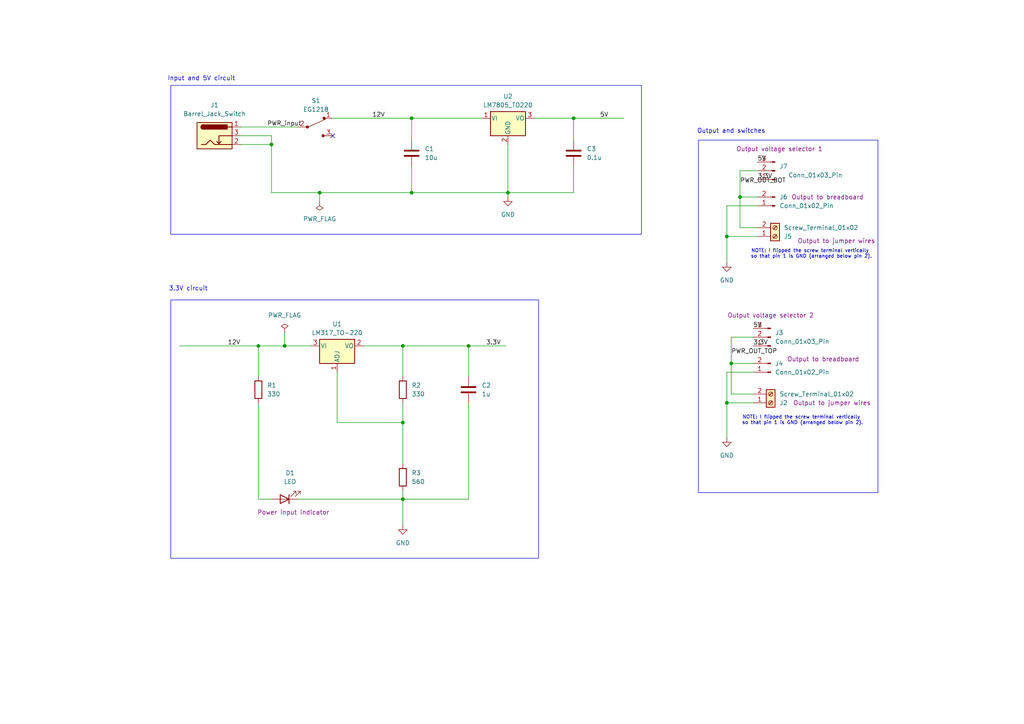
<source format=kicad_sch>
(kicad_sch (version 20250114) (generator "eeschema") (generator_version "9.0")
  (paper "A4")
  (title_block (title "Learning KiCad with a simple project") (date "2025-12-24") (rev "1") (company "Filippo Fonseca"))
  (lib_symbols
    (symbol "Connector:Barrel_Jack_Switch" (pin_names (hide yes))
      (property "Reference" "J" (at 0 5.334 0))
      (property "Value" "Barrel_Jack_Switch" (at 0 -5.08 0))
      (symbol "Barrel_Jack_Switch_0_1"
        (rectangle (start -5.08 3.81) (end 5.08 -3.81) (stroke (width 0.254)) (fill (type background)))
        (polyline (pts (xy -3.81 -2.54) (xy -2.54 -2.54) (xy -1.27 -1.27) (xy 0 -2.54) (xy 2.54 -2.54) (xy 5.08 -2.54)) (stroke (width 0.254)))
        (arc (start -3.302 1.905) (mid -3.9343 2.54) (end -3.302 3.175) (stroke (width 0.254)))
        (arc (start -3.302 1.905) (mid -3.9343 2.54) (end -3.302 3.175) (stroke (width 0.254)) (fill (type outline)))
        (polyline (pts (xy 1.27 -2.286) (xy 1.905 -1.651)) (stroke (width 0.254)))
        (rectangle (start 3.683 3.175) (end -3.302 1.905) (stroke (width 0.254)) (fill (type outline)))
        (polyline (pts (xy 5.08 2.54) (xy 3.81 2.54)) (stroke (width 0.254)))
        (polyline (pts (xy 5.08 0) (xy 1.27 0) (xy 1.27 -2.286) (xy 0.635 -1.651)) (stroke (width 0.254)))
      )
      (symbol "Barrel_Jack_Switch_1_1"
        (pin passive line (at 7.62 2.54 180) (length 2.54) (name "~") (number "1"))
        (pin passive line (at 7.62 0 180) (length 2.54) (name "~") (number "3"))
        (pin passive line (at 7.62 -2.54 180) (length 2.54) (name "~") (number "2"))
      )
    )
    (symbol "Connector:Conn_01x02_Pin" (pin_names (offset 1.016) (hide yes))
      (property "Reference" "J" (at 0 2.54 0))
      (property "Value" "Conn_01x02_Pin" (at 0 -5.08 0))
      (symbol "Conn_01x02_Pin_1_1"
        (rectangle (start 0.8636 0.127) (end 0 -0.127) (stroke (width 0.1524)) (fill (type outline)))
        (rectangle (start 0.8636 -2.413) (end 0 -2.667) (stroke (width 0.1524)) (fill (type outline)))
        (polyline (pts (xy 1.27 0) (xy 0.8636 0)) (stroke (width 0.1524)))
        (polyline (pts (xy 1.27 -2.54) (xy 0.8636 -2.54)) (stroke (width 0.1524)))
        (pin passive line (at 5.08 0 180) (length 3.81) (name "Pin_1") (number "1"))
        (pin passive line (at 5.08 -2.54 180) (length 3.81) (name "Pin_2") (number "2"))
      )
    )
    (symbol "Connector:Conn_01x03_Pin" (pin_names (offset 1.016) (hide yes))
      (property "Reference" "J" (at 0 5.08 0))
      (property "Value" "Conn_01x03_Pin" (at 0 -5.08 0))
      (symbol "Conn_01x03_Pin_1_1"
        (rectangle (start 0.8636 2.667) (end 0 2.413) (stroke (width 0.1524)) (fill (type outline)))
        (rectangle (start 0.8636 0.127) (end 0 -0.127) (stroke (width 0.1524)) (fill (type outline)))
        (rectangle (start 0.8636 -2.413) (end 0 -2.667) (stroke (width 0.1524)) (fill (type outline)))
        (polyline (pts (xy 1.27 2.54) (xy 0.8636 2.54)) (stroke (width 0.1524)))
        (polyline (pts (xy 1.27 0) (xy 0.8636 0)) (stroke (width 0.1524)))
        (polyline (pts (xy 1.27 -2.54) (xy 0.8636 -2.54)) (stroke (width 0.1524)))
        (pin passive line (at 5.08 2.54 180) (length 3.81) (name "Pin_1") (number "1"))
        (pin passive line (at 5.08 0 180) (length 3.81) (name "Pin_2") (number "2"))
        (pin passive line (at 5.08 -2.54 180) (length 3.81) (name "Pin_3") (number "3"))
      )
    )
    (symbol "Connector:Screw_Terminal_01x02" (pin_names (offset 1.016) (hide yes))
      (property "Reference" "J" (at 0 2.54 0))
      (property "Value" "Screw_Terminal_01x02" (at 0 -5.08 0))
      (symbol "Screw_Terminal_01x02_1_1"
        (rectangle (start -1.27 1.27) (end 1.27 -3.81) (stroke (width 0.254)) (fill (type background)))
        (polyline (pts (xy -0.5334 0.3302) (xy 0.3302 -0.508)) (stroke (width 0.1524)))
        (polyline (pts (xy -0.5334 -2.2098) (xy 0.3302 -3.048)) (stroke (width 0.1524)))
        (polyline (pts (xy -0.3556 0.508) (xy 0.508 -0.3302)) (stroke (width 0.1524)))
        (polyline (pts (xy -0.3556 -2.032) (xy 0.508 -2.8702)) (stroke (width 0.1524)))
        (circle (center 0 0) (radius 0.635) (stroke (width 0.1524)))
        (circle (center 0 -2.54) (radius 0.635) (stroke (width 0.1524)))
        (pin passive line (at -5.08 0 0) (length 3.81) (name "Pin_1") (number "1"))
        (pin passive line (at -5.08 -2.54 0) (length 3.81) (name "Pin_2") (number "2"))
      )
    )
    (symbol "Device:C" (pin_numbers (hide yes)) (pin_names (offset 0.254))
      (property "Reference" "C" (at 0.635 2.54 0))
      (property "Value" "C" (at 0.635 -2.54 0))
      (symbol "C_0_1"
        (polyline (pts (xy -2.032 0.762) (xy 2.032 0.762)) (stroke (width 0.508)))
        (polyline (pts (xy -2.032 -0.762) (xy 2.032 -0.762)) (stroke (width 0.508)))
      )
      (symbol "C_1_1"
        (pin passive line (at 0 3.81 270) (length 2.794) (name "~") (number "1"))
        (pin passive line (at 0 -3.81 90) (length 2.794) (name "~") (number "2"))
      )
    )
    (symbol "Device:LED" (pin_numbers (hide yes)) (pin_names (offset 1.016) (hide yes))
      (property "Reference" "D" (at 0 2.54 0))
      (property "Value" "LED" (at 0 -2.54 0))
      (symbol "LED_0_1"
        (polyline (pts (xy -3.048 -0.762) (xy -4.572 -2.286) (xy -3.81 -2.286) (xy -4.572 -2.286) (xy -4.572 -1.524)))
        (polyline (pts (xy -1.778 -0.762) (xy -3.302 -2.286) (xy -2.54 -2.286) (xy -3.302 -2.286) (xy -3.302 -1.524)))
        (polyline (pts (xy -1.27 0) (xy 1.27 0)))
        (polyline (pts (xy -1.27 -1.27) (xy -1.27 1.27)) (stroke (width 0.254)))
        (polyline (pts (xy 1.27 -1.27) (xy 1.27 1.27) (xy -1.27 0) (xy 1.27 -1.27)) (stroke (width 0.254)))
      )
      (symbol "LED_1_1"
        (pin passive line (at -3.81 0 0) (length 2.54) (name "K") (number "1"))
        (pin passive line (at 3.81 0 180) (length 2.54) (name "A") (number "2"))
      )
    )
    (symbol "Device:R" (pin_numbers (hide yes)) (pin_names (offset 0))
      (property "Reference" "R" (at 2.032 0 90))
      (property "Value" "R" (at 0 0 90))
      (symbol "R_0_1"
        (rectangle (start -1.016 -2.54) (end 1.016 2.54) (stroke (width 0.254)))
      )
      (symbol "R_1_1"
        (pin passive line (at 0 3.81 270) (length 1.27) (name "~") (number "1"))
        (pin passive line (at 0 -3.81 90) (length 1.27) (name "~") (number "2"))
      )
    )
    (symbol "Regulator_Linear:LM317_TO-220" (pin_names (offset 0.254))
      (property "Reference" "U" (at -3.81 3.175 0))
      (property "Value" "LM317_TO-220" (at 0 3.175 0))
      (symbol "LM317_TO-220_0_1"
        (rectangle (start -5.08 1.905) (end 5.08 -5.08) (stroke (width 0.254)) (fill (type background)))
      )
      (symbol "LM317_TO-220_1_1"
        (pin power_in line (at -7.62 0 0) (length 2.54) (name "VI") (number "3"))
        (pin input line (at 0 -7.62 90) (length 2.54) (name "ADJ") (number "1"))
        (pin power_out line (at 7.62 0 180) (length 2.54) (name "VO") (number "2"))
      )
    )
    (symbol "Regulator_Linear:LM7805_TO220" (pin_names (offset 0.254))
      (property "Reference" "U" (at -3.81 3.175 0))
      (property "Value" "LM7805_TO220" (at 0 3.175 0))
      (symbol "LM7805_TO220_0_1"
        (rectangle (start -5.08 1.905) (end 5.08 -5.08) (stroke (width 0.254)) (fill (type background)))
      )
      (symbol "LM7805_TO220_1_1"
        (pin power_in line (at -7.62 0 0) (length 2.54) (name "VI") (number "1"))
        (pin power_in line (at 0 -7.62 90) (length 2.54) (name "GND") (number "2"))
        (pin power_out line (at 7.62 0 180) (length 2.54) (name "VO") (number "3"))
      )
    )
    (symbol "dk_Slide-Switches:EG1218" (pin_names (offset 0))
      (property "Reference" "S" (at -3.81 2.286 0))
      (property "Value" "EG1218" (at 0 -5.334 0))
      (symbol "EG1218_0_1"
        (circle (center -2.286 0) (radius 0.3556) (fill (type outline)))
        (polyline (pts (xy -2.032 0) (xy 3.048 2.286)))
        (circle (center 2.286 -2.54) (radius 0.3556) (fill (type outline)))
        (circle (center 2.54 2.54) (radius 0.3556) (fill (type outline)))
      )
      (symbol "EG1218_1_1"
        (pin passive line (at -5.08 0 0) (length 2.54) (name "~") (number "2"))
        (pin passive line (at 5.08 2.54 180) (length 2.54) (name "~") (number "1"))
        (pin passive line (at 5.08 -2.54 180) (length 2.54) (name "~") (number "3"))
      )
    )
    (symbol "power:GND" (power) (pin_numbers (hide yes)) (pin_names (offset 0) (hide yes))
      (property "Value" "GND" (at 0 -3.81 0))
      (symbol "GND_0_1"
        (polyline (pts (xy 0 0) (xy 0 -1.27) (xy 1.27 -1.27) (xy 0 -2.54) (xy -1.27 -1.27) (xy 0 -1.27)))
      )
      (symbol "GND_1_1"
        (pin power_in line (at 0 0 270) (length 0) (name "~") (number "1"))
      )
    )
    (symbol "power:PWR_FLAG" (power) (pin_numbers (hide yes)) (pin_names (offset 0) (hide yes))
      (property "Value" "PWR_FLAG" (at 0 3.81 0))
      (symbol "PWR_FLAG_0_0"
        (pin power_out line (at 0 0 90) (length 0) (name "~") (number "1"))
      )
      (symbol "PWR_FLAG_0_1"
        (polyline (pts (xy 0 0) (xy 0 1.27) (xy -1.016 1.905) (xy 0 2.54) (xy 1.016 1.905) (xy 0 1.27)))
      )
    )
  )
  (rectangle (start 49.53 24.765) (end 186.055 67.945))
  (rectangle (start 202.565 40.64) (end 254.635 142.875))
  (rectangle (start 49.53 86.995) (end 156.21 161.925))
  (text "3.3V circuit" (at 54.61 83.82 0) (effects (font (size 1.27 1.27))))
  (text "Input and 5V circuit" (at 58.42 22.86 0) (effects (font (size 1.27 1.27))))
  (text "NOTE: I flipped the screw terminal vertically\n so that pin 1 is GND (arranged below pin 2).\n" (at 232.41 121.92 0) (effects (font (size 1 1))))
  (text "Output and switches" (at 212.09 38.1 0) (effects (font (size 1.27 1.27))))
  (text "NOTE: I flipped the screw terminal vertically\n so that pin 1 is GND (arranged below pin 2).\n" (at 234.95 73.66 0) (effects (font (size 1 1))))
  (junction (at 78.74 41.91))
  (junction (at 147.32 55.88))
  (junction (at 116.84 122.555))
  (junction (at 210.82 116.84))
  (junction (at 92.71 55.88))
  (junction (at 214.63 57.15))
  (junction (at 210.82 68.58))
  (junction (at 166.37 34.29))
  (junction (at 119.38 34.29))
  (junction (at 135.89 100.33))
  (junction (at 116.84 100.33))
  (junction (at 74.93 100.33))
  (junction (at 212.09 105.41))
  (junction (at 119.38 55.88))
  (junction (at 82.55 100.33))
  (junction (at 116.84 144.78))
  (no_connect (at 96.52 39.37))
  (wire (pts (xy 116.84 116.84) (xy 116.84 122.555)))
  (wire (pts (xy 116.84 100.33) (xy 135.89 100.33)))
  (wire (pts (xy 78.74 55.88) (xy 92.71 55.88)))
  (wire (pts (xy 92.71 55.88) (xy 92.71 58.42)))
  (wire (pts (xy 86.36 144.78) (xy 116.84 144.78)))
  (wire (pts (xy 74.93 116.84) (xy 74.93 144.78)))
  (wire (pts (xy 69.85 39.37) (xy 78.74 39.37)))
  (wire (pts (xy 82.55 100.33) (xy 90.17 100.33)))
  (wire (pts (xy 119.38 34.29) (xy 119.38 40.64)))
  (wire (pts (xy 210.82 116.84) (xy 210.82 127)))
  (wire (pts (xy 219.71 57.15) (xy 214.63 57.15)))
  (wire (pts (xy 212.09 97.79) (xy 212.09 105.41)))
  (wire (pts (xy 74.93 144.78) (xy 78.74 144.78)))
  (wire (pts (xy 97.79 107.95) (xy 97.79 122.555)))
  (wire (pts (xy 92.71 55.88) (xy 119.38 55.88)))
  (wire (pts (xy 218.44 97.79) (xy 212.09 97.79)))
  (wire (pts (xy 69.85 36.83) (xy 86.36 36.83)))
  (wire (pts (xy 119.38 48.26) (xy 119.38 55.88)))
  (wire (pts (xy 147.32 55.88) (xy 166.37 55.88)))
  (wire (pts (xy 135.89 144.78) (xy 135.89 116.84)))
  (wire (pts (xy 119.38 34.29) (xy 139.7 34.29)))
  (wire (pts (xy 105.41 100.33) (xy 116.84 100.33)))
  (wire (pts (xy 214.63 57.15) (xy 214.63 66.04)))
  (wire (pts (xy 147.32 55.88) (xy 147.32 57.15)))
  (wire (pts (xy 116.84 142.24) (xy 116.84 144.78)))
  (wire (pts (xy 78.74 41.91) (xy 78.74 55.88)))
  (wire (pts (xy 97.79 122.555) (xy 116.84 122.555)))
  (wire (pts (xy 74.93 100.33) (xy 82.55 100.33)))
  (wire (pts (xy 166.37 48.26) (xy 166.37 55.88)))
  (wire (pts (xy 219.71 68.58) (xy 210.82 68.58)))
  (wire (pts (xy 218.44 107.95) (xy 210.82 107.95)))
  (wire (pts (xy 166.37 34.29) (xy 166.37 40.64)))
  (wire (pts (xy 116.84 144.78) (xy 135.89 144.78)))
  (wire (pts (xy 74.93 100.33) (xy 74.93 109.22)))
  (wire (pts (xy 119.38 55.88) (xy 147.32 55.88)))
  (wire (pts (xy 116.84 100.33) (xy 116.84 109.22)))
  (wire (pts (xy 210.82 68.58) (xy 210.82 76.2)))
  (wire (pts (xy 69.85 41.91) (xy 78.74 41.91)))
  (wire (pts (xy 135.89 100.33) (xy 135.89 109.22)))
  (wire (pts (xy 52.07 100.33) (xy 74.93 100.33)))
  (wire (pts (xy 78.74 39.37) (xy 78.74 41.91)))
  (wire (pts (xy 166.37 34.29) (xy 180.975 34.29)))
  (wire (pts (xy 212.09 105.41) (xy 212.09 114.3)))
  (wire (pts (xy 210.82 59.69) (xy 210.82 68.58)))
  (wire (pts (xy 82.55 96.52) (xy 82.55 100.33)))
  (wire (pts (xy 218.44 105.41) (xy 212.09 105.41)))
  (wire (pts (xy 219.71 59.69) (xy 210.82 59.69)))
  (wire (pts (xy 210.82 107.95) (xy 210.82 116.84)))
  (wire (pts (xy 214.63 66.04) (xy 219.71 66.04)))
  (wire (pts (xy 147.32 41.91) (xy 147.32 55.88)))
  (wire (pts (xy 96.52 34.29) (xy 119.38 34.29)))
  (wire (pts (xy 218.44 116.84) (xy 210.82 116.84)))
  (wire (pts (xy 135.89 100.33) (xy 146.685 100.33)))
  (wire (pts (xy 214.63 49.53) (xy 214.63 57.15)))
  (wire (pts (xy 116.84 144.78) (xy 116.84 152.4)))
  (wire (pts (xy 219.71 49.53) (xy 214.63 49.53)))
  (wire (pts (xy 212.09 114.3) (xy 218.44 114.3)))
  (wire (pts (xy 116.84 122.555) (xy 116.84 134.62)))
  (wire (pts (xy 154.94 34.29) (xy 166.37 34.29)))
  (label "PWR_OUT_TOP" (at 212.09 102.87 0) (property "Netclass" "power_output" (effects (hide yes))))
  (label "5V" (at 219.71 46.99 0) (property "Netclass" "power_output" (effects (hide yes))))
  (label "PWR_OUT_BOT" (at 214.63 53.34 0) (property "Netclass" "power_output" (effects (hide yes))))
  (label "PWR_input" (at 77.47 36.83 0) (property "Netclass" "power_input" (effects (hide yes))))
  (label "3.3V" (at 219.71 52.07 0) (property "Netclass" "power_output" (effects (hide yes))))
  (label "5V" (at 218.44 95.25 0) (property "Netclass" "power_output" (effects (hide yes))))
  (label "5V" (at 173.99 34.29 0) (property "Netclass" "power_output" (effects (hide yes))))
  (label "12V" (at 66.04 100.33 0) (property "Netclass" "power_input" (effects (hide yes))))
  (label "3.3V" (at 140.97 100.33 0) (property "Netclass" "power_output" (effects (hide yes))))
  (label "3.3V" (at 218.44 100.33 0) (property "Netclass" "power_output" (effects (hide yes))))
  (label "12V" (at 107.95 34.29 0) (property "Netclass" "power_input" (effects (hide yes))))
  (symbol (lib_id "Connector:Conn_01x02_Pin") (at 224.79 59.69 180) (unit 1)
    (property "Reference" "J6" (at 226.06 57.1499 0) (effects (justify right)))
    (property "Value" "Conn_01x02_Pin" (at 226.06 59.6899 0) (effects (justify right)))
    (property "Footprint" "Connector_PinHeader_2.54mm:PinHeader_1x02_P2.54mm_Vertical" (effects (hide yes)))
    (property "Description" "Generic connector, single row, 01x02, script generated" (effects (hide yes)))
    (property "Purpose" "Output to breadboard" (at 240.03 57.15 0))
  )
  (symbol (lib_id "power:GND") (at 116.84 152.4 0) (unit 1)
    (property "Reference" "#PWR02" (effects (hide yes)))
    (property "Value" "GND" (at 116.84 157.48 0))
    (property "Description" "Power symbol creates a global label with name \"GND\" , ground" (effects (hide yes)))
  )
  (symbol (lib_id "power:GND") (at 147.32 57.15 0) (unit 1)
    (property "Reference" "#PWR01" (effects (hide yes)))
    (property "Value" "GND" (at 147.32 62.23 0))
    (property "Description" "Power symbol creates a global label with name \"GND\" , ground" (effects (hide yes)))
  )
  (symbol (lib_id "Device:C") (at 119.38 44.45 0) (unit 1)
    (property "Reference" "C1" (at 123.19 43.1799 0) (effects (justify left)))
    (property "Value" "10u" (at 123.19 45.7199 0) (effects (justify left)))
    (property "Footprint" "Capacitor_THT:C_Disc_D3.0mm_W1.6mm_P2.50mm" (effects (hide yes)))
    (property "Description" "Unpolarized capacitor" (effects (hide yes)))
  )
  (symbol (lib_id "Device:LED") (at 82.55 144.78 180) (unit 1)
    (property "Reference" "D1" (at 84.1375 137.16 0))
    (property "Value" "LED" (at 84.1375 139.7 0))
    (property "Footprint" "LED_THT:LED_D5.0mm" (effects (hide yes)))
    (property "Description" "Light emitting diode" (effects (hide yes)))
    (property "Sim.Pins" "1=K 2=A" (effects (hide yes)))
    (property "Purpose" "Power input indicator" (at 85.09 148.59 0))
  )
  (symbol (lib_id "Regulator_Linear:LM7805_TO220") (at 147.32 34.29 0) (unit 1)
    (property "Reference" "U2" (at 147.32 27.94 0))
    (property "Value" "LM7805_TO220" (at 147.32 30.48 0))
    (property "Footprint" "Package_TO_SOT_THT:TO-220-3_Vertical" (effects (hide yes)))
    (property "Datasheet" "https://www.onsemi.cn/PowerSolutions/document/MC7800-D.PDF" (effects (hide yes)))
    (property "Description" "Positive 1A 35V Linear Regulator, Fixed Output 5V, TO-220" (effects (hide yes)))
  )
  (symbol (lib_id "power:PWR_FLAG") (at 92.71 58.42 180) (unit 1)
    (property "Reference" "#FLG01" (effects (hide yes)))
    (property "Value" "PWR_FLAG" (at 92.71 63.5 0))
    (property "Description" "Special symbol for telling ERC where power comes from" (effects (hide yes)))
  )
  (symbol (lib_id "Connector:Conn_01x02_Pin") (at 223.52 107.95 180) (unit 1)
    (property "Reference" "J4" (at 224.79 105.4099 0) (effects (justify right)))
    (property "Value" "Conn_01x02_Pin" (at 224.79 107.9499 0) (effects (justify right)))
    (property "Footprint" "Connector_PinHeader_2.54mm:PinHeader_1x02_P2.54mm_Vertical" (effects (hide yes)))
    (property "Description" "Generic connector, single row, 01x02, script generated" (effects (hide yes)))
    (property "Purpose" "Output to breadboard" (at 238.76 104.14 0))
  )
  (symbol (lib_id "Device:C") (at 135.89 113.03 0) (unit 1)
    (property "Reference" "C2" (at 139.7 111.7599 0) (effects (justify left)))
    (property "Value" "1u" (at 139.7 114.2999 0) (effects (justify left)))
    (property "Footprint" "Capacitor_THT:C_Disc_D3.0mm_W1.6mm_P2.50mm" (effects (hide yes)))
    (property "Description" "Unpolarized capacitor" (effects (hide yes)))
  )
  (symbol (lib_id "Connector:Screw_Terminal_01x02") (at 223.52 116.84 0) (mirror x) (unit 1)
    (property "Reference" "J2" (at 226.06 116.8401 0) (effects (justify left)))
    (property "Value" "Screw_Terminal_01x02" (at 226.06 114.3001 0) (effects (justify left)))
    (property "Footprint" "TerminalBlock:TerminalBlock_bornier-2_P5.08mm" (effects (hide yes)))
    (property "Description" "Generic screw terminal, single row, 01x02, script generated (kicad-library-utils/schlib/autogen/connector/)" (effects (hide yes)))
    (property "Purpose" "Output to jumper wires" (at 241.3 116.84 0))
  )
  (symbol (lib_id "Connector:Barrel_Jack_Switch") (at 62.23 39.37 0) (unit 1)
    (property "Reference" "J1" (at 62.23 30.48 0))
    (property "Value" "Barrel_Jack_Switch" (at 62.23 33.02 0))
    (property "Footprint" "Connector_BarrelJack:BarrelJack_Horizontal" (effects (hide yes)))
    (property "Description" "DC Barrel Jack with an internal switch" (effects (hide yes)))
  )
  (symbol (lib_id "dk_Slide-Switches:EG1218") (at 91.44 36.83 0) (unit 1)
    (property "Reference" "S1" (at 91.6432 29.21 0))
    (property "Value" "EG1218" (at 91.6432 31.75 0))
    (property "Footprint" "digikey-footprints:Switch_Slide_11.6x4mm_EG1218" (effects (hide yes)))
    (property "Datasheet" "http://spec_sheets.e-switch.com/specs/P040040.pdf" (effects (hide yes)))
    (property "Description" "SWITCH SLIDE SPDT 200MA 30V" (effects (hide yes)))
    (property "Digi-Key_PN" "EG1903-ND" (effects (hide yes)))
    (property "MPN" "EG1218" (effects (hide yes)))
    (property "Category" "Switches" (effects (hide yes)))
    (property "Family" "Slide Switches" (effects (hide yes)))
    (property "DK_Datasheet_Link" "http://spec_sheets.e-switch.com/specs/P040040.pdf" (effects (hide yes)))
    (property "DK_Detail_Page" "/product-detail/en/e-switch/EG1218/EG1903-ND/101726" (effects (hide yes)))
    (property "Description_1" "SWITCH SLIDE SPDT 200MA 30V" (effects (hide yes)))
    (property "Manufacturer" "E-Switch" (effects (hide yes)))
    (property "Status" "Active" (effects (hide yes)))
  )
  (symbol (lib_id "Device:R") (at 74.93 113.03 180) (unit 1)
    (property "Reference" "R1" (at 77.47 111.7599 0) (effects (justify right)))
    (property "Value" "330" (at 77.47 114.2999 0) (effects (justify right)))
    (property "Footprint" "Resistor_THT:R_Axial_DIN0204_L3.6mm_D1.6mm_P7.62mm_Horizontal" (effects (hide yes)))
    (property "Description" "Resistor" (effects (hide yes)))
  )
  (symbol (lib_id "Regulator_Linear:LM317_TO-220") (at 97.79 100.33 0) (unit 1)
    (property "Reference" "U1" (at 97.79 93.98 0))
    (property "Value" "LM317_TO-220" (at 97.79 96.52 0))
    (property "Footprint" "Package_TO_SOT_THT:TO-220-3_Vertical" (effects (hide yes)))
    (property "Datasheet" "http://www.ti.com/lit/ds/symlink/lm317.pdf" (effects (hide yes)))
    (property "Description" "1.5A 35V Adjustable Linear Regulator, TO-220" (effects (hide yes)))
  )
  (symbol (lib_id "power:PWR_FLAG") (at 82.55 96.52 0) (unit 1)
    (property "Reference" "#FLG02" (effects (hide yes)))
    (property "Value" "PWR_FLAG" (at 82.55 91.44 0))
    (property "Description" "Special symbol for telling ERC where power comes from" (effects (hide yes)))
  )
  (symbol (lib_id "power:GND") (at 210.82 76.2 0) (unit 1)
    (property "Reference" "#PWR03" (effects (hide yes)))
    (property "Value" "GND" (at 210.82 81.28 0))
    (property "Description" "Power symbol creates a global label with name \"GND\" , ground" (effects (hide yes)))
  )
  (symbol (lib_id "Device:C") (at 166.37 44.45 0) (unit 1)
    (property "Reference" "C3" (at 170.18 43.1799 0) (effects (justify left)))
    (property "Value" "0.1u" (at 170.18 45.7199 0) (effects (justify left)))
    (property "Footprint" "Capacitor_THT:C_Disc_D3.0mm_W1.6mm_P2.50mm" (effects (hide yes)))
    (property "Description" "Unpolarized capacitor" (effects (hide yes)))
  )
  (symbol (lib_id "power:GND") (at 210.82 127 0) (unit 1)
    (property "Reference" "#PWR04" (effects (hide yes)))
    (property "Value" "GND" (at 210.82 132.08 0))
    (property "Description" "Power symbol creates a global label with name \"GND\" , ground" (effects (hide yes)))
  )
  (symbol (lib_id "Device:R") (at 116.84 138.43 180) (unit 1)
    (property "Reference" "R3" (at 119.38 137.1599 0) (effects (justify right)))
    (property "Value" "560" (at 119.38 139.6999 0) (effects (justify right)))
    (property "Footprint" "Resistor_THT:R_Axial_DIN0204_L3.6mm_D1.6mm_P7.62mm_Horizontal" (effects (hide yes)))
    (property "Description" "Resistor" (effects (hide yes)))
  )
  (symbol (lib_id "Connector:Conn_01x03_Pin") (at 223.52 97.79 180) (unit 1)
    (property "Reference" "J3" (at 224.79 96.5199 0) (effects (justify right)))
    (property "Value" "Conn_01x03_Pin" (at 224.79 99.0599 0) (effects (justify right)))
    (property "Footprint" "Connector_PinHeader_2.54mm:PinHeader_1x03_P2.54mm_Vertical" (effects (hide yes)))
    (property "Description" "Generic connector, single row, 01x03, script generated" (effects (hide yes)))
    (property "Purpose" "Output voltage selector 2" (at 223.52 91.44 0))
  )
  (symbol (lib_id "Device:R") (at 116.84 113.03 180) (unit 1)
    (property "Reference" "R2" (at 119.38 111.7599 0) (effects (justify right)))
    (property "Value" "330" (at 119.38 114.2999 0) (effects (justify right)))
    (property "Footprint" "Resistor_THT:R_Axial_DIN0204_L3.6mm_D1.6mm_P7.62mm_Horizontal" (effects (hide yes)))
    (property "Description" "Resistor" (effects (hide yes)))
  )
  (symbol (lib_id "Connector:Screw_Terminal_01x02") (at 224.79 68.58 0) (mirror x) (unit 1)
    (property "Reference" "J5" (at 227.33 68.5801 0) (effects (justify left)))
    (property "Value" "Screw_Terminal_01x02" (at 227.33 66.0401 0) (effects (justify left)))
    (property "Footprint" "TerminalBlock:TerminalBlock_bornier-2_P5.08mm" (effects (hide yes)))
    (property "Description" "Generic screw terminal, single row, 01x02, script generated (kicad-library-utils/schlib/autogen/connector/)" (effects (hide yes)))
    (property "Purpose" "Output to jumper wires" (at 242.57 69.85 0))
  )
  (symbol (lib_id "Connector:Conn_01x03_Pin") (at 224.79 49.53 180) (unit 1)
    (property "Reference" "J7" (at 226.06 48.2599 0) (effects (justify right)))
    (property "Value" "Conn_01x03_Pin" (at 228.6 50.8 0) (effects (justify right)))
    (property "Footprint" "Connector_PinHeader_2.54mm:PinHeader_1x03_P2.54mm_Vertical" (effects (hide yes)))
    (property "Description" "Generic connector, single row, 01x03, script generated" (effects (hide yes)))
    (property "Purpose" "Output voltage selector 1" (at 226.06 43.18 0))
  )
)
</source>
